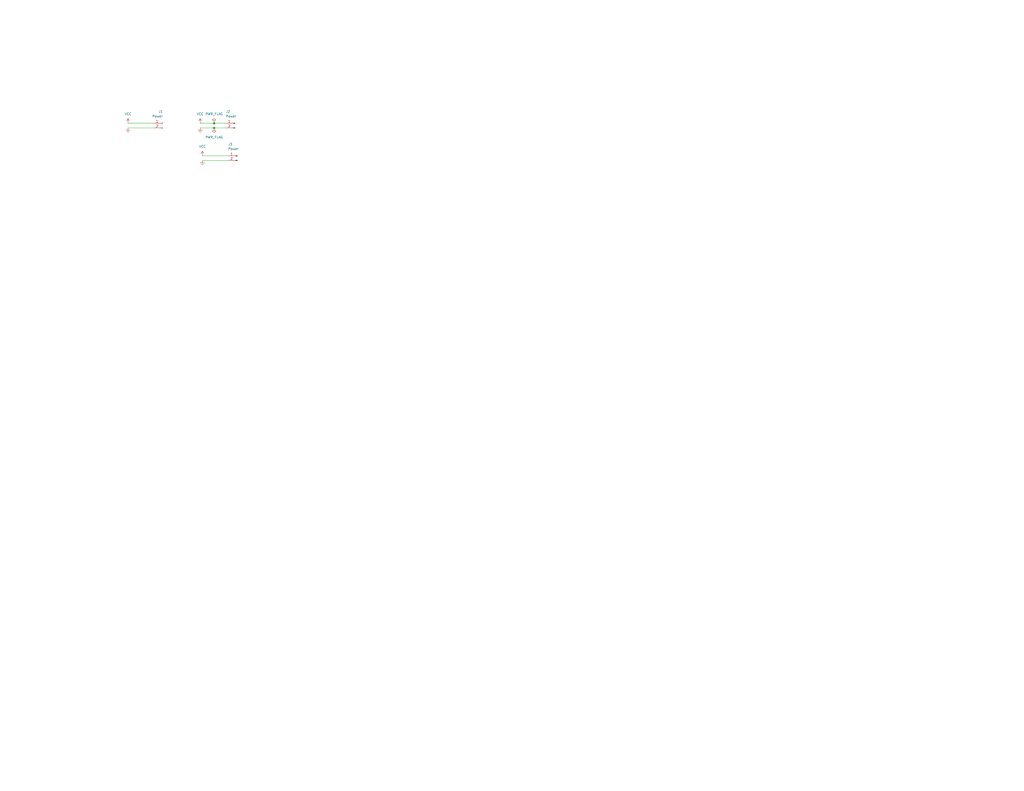
<source format=kicad_sch>
(kicad_sch (version 20230121) (generator eeschema)
  (paper "C")
  (title_block (title "<pcb-module>") (date "2022-10-29") (rev "1.0") (company "16-Bit Computer From Scratch") (comment 1 "Adam Clark (@eryjus)"))
  (lib_symbols
    (symbol "Connector:Conn_01x02_Pin" (pin_names (offset 1.016) hide)
      (property "Reference" "J" (at 0 2.54 0))
      (property "Value" "Conn_01x02_Pin" (at 0 -5.08 0))
      (symbol "Conn_01x02_Pin_1_1"
        (polyline (pts (xy 1.27 -2.54) (xy 0.8636 -2.54)) (stroke (width 0.1524)))
        (polyline (pts (xy 1.27 0) (xy 0.8636 0)) (stroke (width 0.1524)))
        (rectangle (start 0.8636 -2.413) (end 0 -2.667) (stroke (width 0.1524)) (fill (type outline)))
        (rectangle (start 0.8636 0.127) (end 0 -0.127) (stroke (width 0.1524)) (fill (type outline)))
        (pin passive line (at 5.08 0 180) (length 3.81) (name "Pin_1") (number "1"))
        (pin passive line (at 5.08 -2.54 180) (length 3.81) (name "Pin_2") (number "2"))
      )
    )
    (symbol "Connector:Conn_01x02_Socket" (pin_names (offset 1.016) hide)
      (property "Reference" "J" (at 0 2.54 0))
      (property "Value" "Conn_01x02_Socket" (at 0 -5.08 0))
      (symbol "Conn_01x02_Socket_1_1"
        (arc (start 0 -2.032) (mid -0.5058 -2.54) (end 0 -3.048) (stroke (width 0.1524)))
        (polyline (pts (xy -1.27 -2.54) (xy -0.508 -2.54)) (stroke (width 0.1524)))
        (polyline (pts (xy -1.27 0) (xy -0.508 0)) (stroke (width 0.1524)))
        (arc (start 0 0.508) (mid -0.5058 0) (end 0 -0.508) (stroke (width 0.1524)))
        (pin passive line (at -5.08 0 0) (length 3.81) (name "Pin_1") (number "1"))
        (pin passive line (at -5.08 -2.54 0) (length 3.81) (name "Pin_2") (number "2"))
      )
    )
    (symbol "power:GNDREF" (power) (pin_names (offset 0))
      (property "Value" "GNDREF" (at 0 -3.81 0))
      (symbol "GNDREF_0_1"
        (polyline (pts (xy -0.635 -1.905) (xy 0.635 -1.905)))
        (polyline (pts (xy -0.127 -2.54) (xy 0.127 -2.54)))
        (polyline (pts (xy 0 -1.27) (xy 0 0)))
        (polyline (pts (xy 1.27 -1.27) (xy -1.27 -1.27)))
      )
      (symbol "GNDREF_1_1"
        (pin power_in line (at 0 0 270) (length 0) hide (name "GNDREF") (number "1"))
      )
    )
    (symbol "power:PWR_FLAG" (power) (pin_numbers hide) (pin_names (offset 0) hide)
      (property "Value" "PWR_FLAG" (at 0 3.81 0))
      (symbol "PWR_FLAG_0_0"
        (pin power_out line (at 0 0 90) (length 0) (name "pwr") (number "1"))
      )
      (symbol "PWR_FLAG_0_1"
        (polyline (pts (xy 0 0) (xy 0 1.27) (xy -1.016 1.905) (xy 0 2.54) (xy 1.016 1.905) (xy 0 1.27)))
      )
    )
    (symbol "power:VCC" (power) (pin_names (offset 0))
      (property "Value" "VCC" (at 0 3.81 0))
      (symbol "VCC_0_1"
        (polyline (pts (xy -0.762 1.27) (xy 0 2.54)))
        (polyline (pts (xy 0 0) (xy 0 2.54)))
        (polyline (pts (xy 0 2.54) (xy 0.762 1.27)))
      )
      (symbol "VCC_1_1"
        (pin power_in line (at 0 0 90) (length 0) hide (name "VCC") (number "1"))
      )
    )
  )
  (junction (at 116.84 67.31))
  (junction (at 116.84 69.85))
  (wire (pts (xy 109.22 67.31) (xy 116.84 67.31)))
  (wire (pts (xy 116.84 69.85) (xy 123.19 69.85)))
  (wire (pts (xy 109.22 69.85) (xy 116.84 69.85)))
  (wire (pts (xy 69.85 69.85) (xy 83.82 69.85)))
  (wire (pts (xy 116.84 67.31) (xy 123.19 67.31)))
  (wire (pts (xy 110.49 85.09) (xy 124.46 85.09)))
  (wire (pts (xy 69.85 67.31) (xy 83.82 67.31)))
  (wire (pts (xy 110.49 87.63) (xy 124.46 87.63)))
  (symbol (lib_id "power:PWR_FLAG") (at 116.84 67.31 0) (unit 1)
    (property "Reference" "#FLG01" (effects hide))
    (property "Value" "PWR_FLAG" (at 116.84 62.23 0))
  )
  (symbol (lib_id "power:GNDREF") (at 110.49 87.63 0) (unit 1)
    (property "Reference" "#PWR06" (effects hide))
    (property "Value" "GNDREF" (effects hide))
  )
  (symbol (lib_id "power:GNDREF") (at 69.85 69.85 0) (unit 1)
    (property "Reference" "#PWR02" (effects hide))
    (property "Value" "GNDREF" (effects hide))
  )
  (symbol (lib_id "power:PWR_FLAG") (at 116.84 69.85 180) (unit 1)
    (property "Reference" "#FLG02" (effects hide))
    (property "Value" "PWR_FLAG" (at 116.84 74.93 0))
  )
  (symbol (lib_id "power:VCC") (at 109.22 67.31 0) (unit 1)
    (property "Reference" "#PWR03" (effects hide))
    (property "Value" "VCC" (at 109.22 62.23 0))
  )
  (symbol (lib_id "power:VCC") (at 69.85 67.31 0) (unit 1)
    (property "Reference" "#PWR01" (effects hide))
    (property "Value" "VCC" (at 69.85 62.23 0))
  )
  (symbol (lib_id "Connector:Conn_01x02_Pin") (at 129.54 85.09 0) (mirror y) (unit 1)
    (property "Reference" "J3" (at 124.46 78.74 0) (effects (justify right)))
    (property "Value" "Power" (at 124.46 81.28 0) (effects (justify right)))
    (property "Footprint" "Connector_PinHeader_2.54mm:PinHeader_1x02_P2.54mm_Vertical" (effects hide))
  )
  (symbol (lib_id "Connector:Conn_01x02_Socket") (at 88.9 67.31 0) (unit 1)
    (property "Reference" "J1" (at 88.9 60.96 0) (effects (justify right)))
    (property "Value" "Power" (at 88.9 63.5 0) (effects (justify right)))
    (property "Footprint" "Connector_PinSocket_2.54mm:PinSocket_1x02_P2.54mm_Vertical" (effects hide))
  )
  (symbol (lib_id "Connector:Conn_01x02_Pin") (at 128.27 67.31 0) (mirror y) (unit 1)
    (property "Reference" "J2" (at 123.19 60.96 0) (effects (justify right)))
    (property "Value" "Power" (at 123.19 63.5 0) (effects (justify right)))
    (property "Footprint" "Connector_PinHeader_2.54mm:PinHeader_1x02_P2.54mm_Vertical" (effects hide))
  )
  (symbol (lib_id "power:VCC") (at 110.49 85.09 0) (unit 1)
    (property "Reference" "#PWR05" (effects hide))
    (property "Value" "VCC" (at 110.49 80.01 0))
  )
  (symbol (lib_id "power:GNDREF") (at 109.22 69.85 0) (unit 1)
    (property "Reference" "#PWR04" (effects hide))
    (property "Value" "GNDREF" (effects hide))
  )
)
</source>
